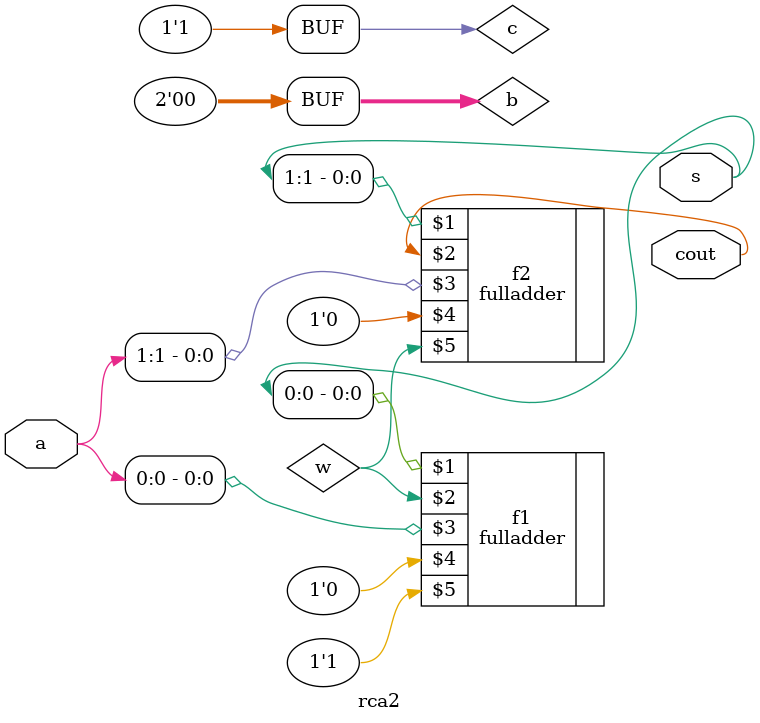
<source format=v>
module rca2(s,cout,a);

input [1:0]a;
wire [1:0]b;
wire c;
output [1:0]s;
output cout;
wire w;

assign b[1:0]=2'd0;
assign c=1'b1;

fulladder f1(s[0],w,a[0],b[0],c);
fulladder f2(s[1],cout,a[1],b[1],w);

endmodule


</source>
